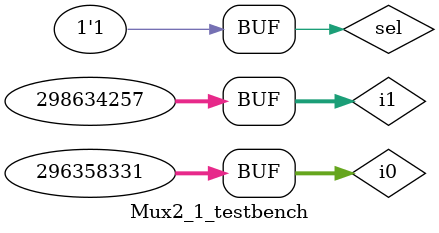
<source format=sv>
`timescale 1 ps/100 fs

module Mux2_1(out, i1, i0, sel);	 
  	output [31:0] out;   	 
  	input [31:0] i0, i1; 
	input sel;  	 
 	 
	wire notSel; 
	wire [31:0] i0AndNotSel, i1AndSel;
   	 
   not #50 n0 (notSel, sel);
	
	genvar i;
	generate 
		for(i=0; i<32; i=i+1) begin: simple
			and #50 a0 (i0AndNotSel[i], i0[i], notSel);
			and #50 a1 (i1AndSel[i], i1[i], sel);
			or #50 or1 (out[i], i0AndNotSel[i], i1AndSel[i]);
		end
	endgenerate
	
endmodule


 
module Mux2_1_testbench();	 
  	reg [31:0] i0, i1; 
	reg sel;   
  	wire [31:0] out;    
  	Mux2_1 dut (.out, .i1, .i0, .sel);   
 initial begin  
        	sel=0; i0=32'h00AA00BB; i1=32'h11111111; #5000;   	 
        	sel=0; i0=32'hFEDFED33; i1=32'h00110011; #5000;   	 
        	sel=1; i0=32'hFEDCBA98; i1=32'h12345678; #5000; 	 
        	sel=1; i0=32'h11AA11BB; i1=32'h11CCCC11; #5000;   	 	 
 end  
endmodule
</source>
